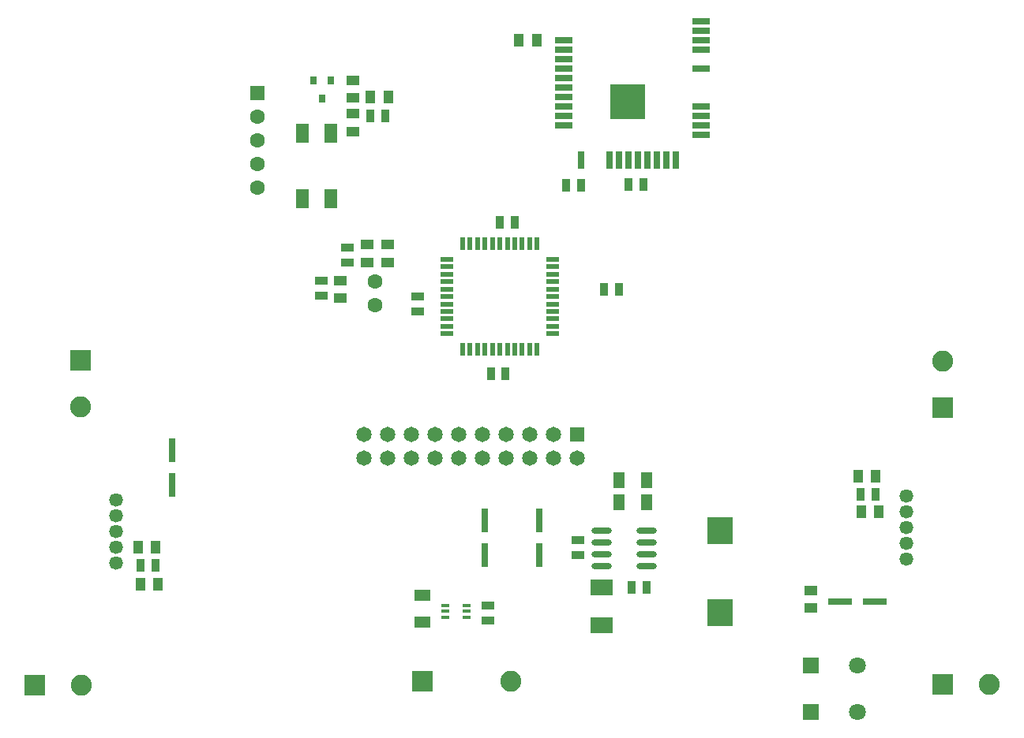
<source format=gbr>
%TF.GenerationSoftware,Altium Limited,Altium Designer,18.1.9 (240)*%
G04 Layer_Color=255*
%FSLAX43Y43*%
%MOMM*%
%TF.FileFunction,Pads,Top*%
%TF.Part,Single*%
G01*
G75*
%TA.AperFunction,SMDPad,CuDef*%
%ADD10R,0.950X1.350*%
%ADD11R,1.150X1.800*%
%ADD12R,0.800X2.500*%
%ADD13R,1.400X2.000*%
%ADD14R,0.800X0.900*%
%ADD15R,1.400X1.050*%
%ADD16R,1.050X1.400*%
%ADD17R,1.350X0.950*%
%ADD18R,1.470X0.550*%
%ADD19R,0.550X1.470*%
%ADD20R,1.900X0.800*%
%ADD21R,0.800X1.900*%
%ADD22R,3.700X3.700*%
%ADD23R,2.500X0.800*%
%ADD24R,1.800X1.150*%
G04:AMPARAMS|DCode=25|XSize=0.4mm|YSize=0.85mm|CornerRadius=0.05mm|HoleSize=0mm|Usage=FLASHONLY|Rotation=270.000|XOffset=0mm|YOffset=0mm|HoleType=Round|Shape=RoundedRectangle|*
%AMROUNDEDRECTD25*
21,1,0.400,0.750,0,0,270.0*
21,1,0.300,0.850,0,0,270.0*
1,1,0.100,-0.375,-0.150*
1,1,0.100,-0.375,0.150*
1,1,0.100,0.375,0.150*
1,1,0.100,0.375,-0.150*
%
%ADD25ROUNDEDRECTD25*%
%ADD26R,2.400X1.800*%
%ADD27R,2.790X2.920*%
%ADD28O,2.200X0.600*%
%TA.AperFunction,ComponentPad*%
%ADD37R,2.250X2.250*%
%ADD38C,2.250*%
%ADD39C,1.470*%
%ADD40R,2.250X2.250*%
%ADD41C,1.600*%
%ADD42R,1.600X1.600*%
%ADD43C,1.650*%
%ADD44R,1.650X1.650*%
%ADD45R,1.800X1.800*%
%ADD46C,1.800*%
D10*
X66205Y50838D02*
D03*
X64605D02*
D03*
X67619Y18796D02*
D03*
X69219D02*
D03*
X39572Y69412D02*
D03*
X41172D02*
D03*
X54083Y41783D02*
D03*
X52483D02*
D03*
X67272Y62103D02*
D03*
X68872D02*
D03*
X62203Y61976D02*
D03*
X60603D02*
D03*
X16508Y21209D02*
D03*
X14908D02*
D03*
X93764Y28829D02*
D03*
X92164D02*
D03*
X55055Y58039D02*
D03*
X53455D02*
D03*
D11*
X69215Y27940D02*
D03*
X66215D02*
D03*
X69215Y30353D02*
D03*
X66215D02*
D03*
D12*
X18288Y29845D02*
D03*
Y33545D02*
D03*
X51816Y22280D02*
D03*
Y25980D02*
D03*
X57658Y22280D02*
D03*
Y25980D02*
D03*
D13*
X35306Y67578D02*
D03*
Y60578D02*
D03*
X32306Y67578D02*
D03*
Y60578D02*
D03*
D14*
X34417Y71263D02*
D03*
X33467Y73263D02*
D03*
X35367D02*
D03*
D15*
X37743Y71383D02*
D03*
Y73283D02*
D03*
X37743Y67761D02*
D03*
Y69661D02*
D03*
X41402Y53721D02*
D03*
Y55621D02*
D03*
X39243D02*
D03*
Y53721D02*
D03*
X36322Y49850D02*
D03*
Y51750D02*
D03*
X86821Y16597D02*
D03*
Y18497D02*
D03*
D16*
X41487Y71444D02*
D03*
X39587D02*
D03*
X57399Y77547D02*
D03*
X55499D02*
D03*
X16531Y23114D02*
D03*
X14631D02*
D03*
X91887Y30734D02*
D03*
X93787D02*
D03*
X92207Y26924D02*
D03*
X94107D02*
D03*
X16785Y19177D02*
D03*
X14885D02*
D03*
D17*
X44647Y50038D02*
D03*
Y48438D02*
D03*
X61849Y23914D02*
D03*
Y22314D02*
D03*
X37084Y53683D02*
D03*
Y55283D02*
D03*
X34290Y51727D02*
D03*
Y50127D02*
D03*
X52170Y16879D02*
D03*
Y15279D02*
D03*
D18*
X59125Y50038D02*
D03*
Y49238D02*
D03*
Y48438D02*
D03*
Y47638D02*
D03*
Y46838D02*
D03*
Y46038D02*
D03*
Y50838D02*
D03*
Y51638D02*
D03*
Y52438D02*
D03*
Y53238D02*
D03*
Y54038D02*
D03*
X47785Y50038D02*
D03*
Y50838D02*
D03*
Y51638D02*
D03*
Y52438D02*
D03*
Y53238D02*
D03*
Y54038D02*
D03*
Y49238D02*
D03*
Y48438D02*
D03*
Y47638D02*
D03*
Y46838D02*
D03*
Y46038D02*
D03*
D19*
X53455Y55708D02*
D03*
X54255D02*
D03*
X55055D02*
D03*
X55855D02*
D03*
X56655D02*
D03*
X57455D02*
D03*
X52655D02*
D03*
X51855D02*
D03*
X51055D02*
D03*
X50255D02*
D03*
X49455D02*
D03*
X53455Y44368D02*
D03*
X52655D02*
D03*
X51855D02*
D03*
X51055D02*
D03*
X50255D02*
D03*
X49455D02*
D03*
X54255D02*
D03*
X55055D02*
D03*
X55855D02*
D03*
X56655D02*
D03*
X57455D02*
D03*
D20*
X75033Y79585D02*
D03*
Y78569D02*
D03*
Y77553D02*
D03*
Y76537D02*
D03*
Y74505D02*
D03*
Y70441D02*
D03*
Y69425D02*
D03*
Y68409D02*
D03*
Y67393D02*
D03*
X60303Y77547D02*
D03*
Y76531D02*
D03*
Y75515D02*
D03*
Y74499D02*
D03*
Y73483D02*
D03*
Y72467D02*
D03*
Y71451D02*
D03*
Y70435D02*
D03*
Y69419D02*
D03*
Y68403D02*
D03*
D21*
X72363Y64723D02*
D03*
X71347D02*
D03*
X70331D02*
D03*
X69315D02*
D03*
X68299D02*
D03*
X67283D02*
D03*
X66267D02*
D03*
X65251D02*
D03*
X62203D02*
D03*
D22*
X67183Y70993D02*
D03*
D23*
X93671Y17272D02*
D03*
X89971D02*
D03*
D24*
X45185Y15086D02*
D03*
Y17986D02*
D03*
D25*
X49866Y15579D02*
D03*
Y16229D02*
D03*
Y16879D02*
D03*
X47616D02*
D03*
Y16229D02*
D03*
Y15579D02*
D03*
D26*
X64402Y14746D02*
D03*
Y18796D02*
D03*
D27*
X77089Y16062D02*
D03*
Y24892D02*
D03*
D28*
X69202Y21082D02*
D03*
Y22352D02*
D03*
Y23622D02*
D03*
Y24892D02*
D03*
X64402Y21082D02*
D03*
Y22352D02*
D03*
Y23622D02*
D03*
Y24892D02*
D03*
D37*
X3596Y8270D02*
D03*
X100918Y8382D02*
D03*
X45151Y8762D02*
D03*
D38*
X8596Y8270D02*
D03*
X8509Y38227D02*
D03*
X100918Y43100D02*
D03*
X105918Y8382D02*
D03*
X54671Y8762D02*
D03*
D39*
X12279Y21414D02*
D03*
Y23114D02*
D03*
Y24824D02*
D03*
Y26524D02*
D03*
Y28224D02*
D03*
X97028Y21814D02*
D03*
Y23514D02*
D03*
Y25214D02*
D03*
Y26924D02*
D03*
Y28624D02*
D03*
D40*
X8509Y43227D02*
D03*
X100918Y38100D02*
D03*
D41*
X27432Y61722D02*
D03*
Y64262D02*
D03*
Y69342D02*
D03*
Y66802D02*
D03*
X40075Y51662D02*
D03*
Y49122D02*
D03*
D42*
X27432Y71882D02*
D03*
D43*
X38862Y32654D02*
D03*
X41402D02*
D03*
X38862Y35194D02*
D03*
X41402D02*
D03*
X46482Y32654D02*
D03*
Y35194D02*
D03*
X54102Y32654D02*
D03*
Y35194D02*
D03*
X56642Y32654D02*
D03*
Y35194D02*
D03*
X61722Y32654D02*
D03*
X59182Y35194D02*
D03*
Y32654D02*
D03*
X51562Y35194D02*
D03*
Y32654D02*
D03*
X49022Y35194D02*
D03*
Y32654D02*
D03*
X43942Y35194D02*
D03*
Y32654D02*
D03*
D44*
X61722Y35194D02*
D03*
D45*
X86821Y10421D02*
D03*
Y5421D02*
D03*
D46*
X91821Y10421D02*
D03*
Y5421D02*
D03*
%TF.MD5,94a77008b5cb7b3d19b7c2c3c3a40851*%
M02*

</source>
